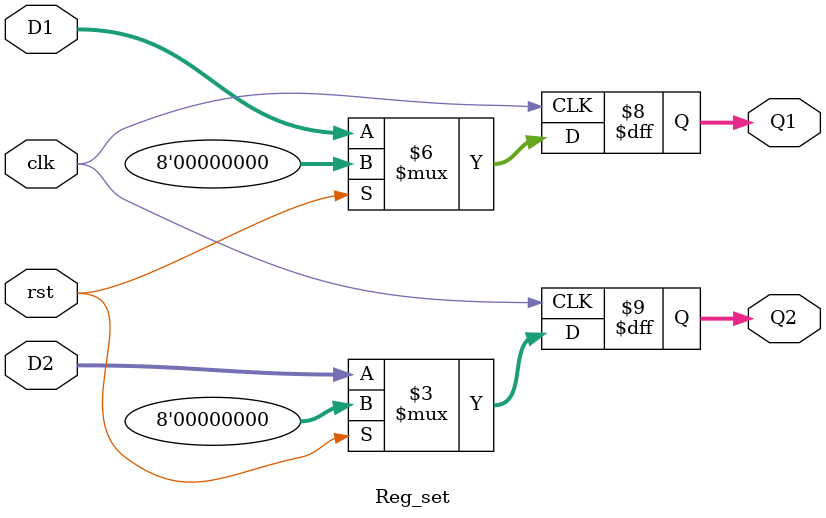
<source format=v>
module Reg_set (Q1,Q2,D1,D2,clk,rst); //8-Bit Twin Register set
input [7:0]D1, D2;
input clk, rst;
output reg [7:0]Q1, Q2;

always @(posedge clk)
    if(rst) begin
            Q1 <= 1'b0;
            Q2 <= 1'b0; end
    else    begin
            Q1 <= D1;
            Q2 <= D2; end

endmodule
</source>
